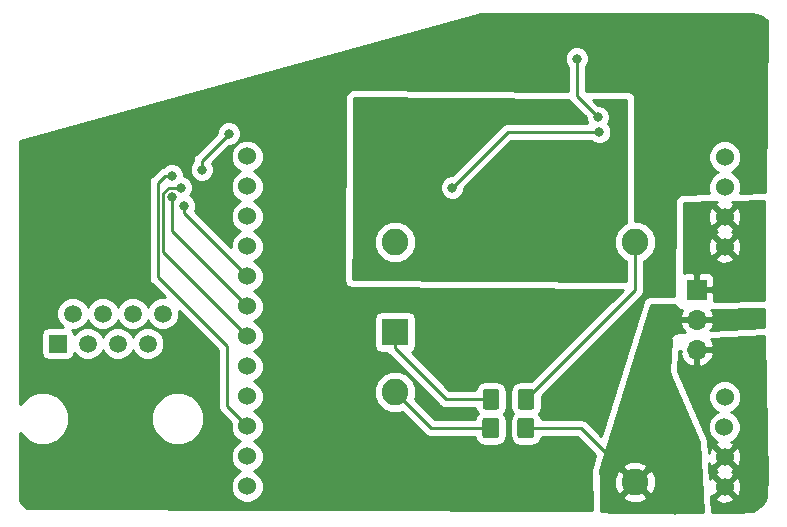
<source format=gbr>
G04 #@! TF.GenerationSoftware,KiCad,Pcbnew,(5.0.0)*
G04 #@! TF.CreationDate,2019-03-29T23:21:28-04:00*
G04 #@! TF.ProjectId,PoEShield,506F45536869656C642E6B696361645F,rev?*
G04 #@! TF.SameCoordinates,Original*
G04 #@! TF.FileFunction,Copper,L2,Bot,Signal*
G04 #@! TF.FilePolarity,Positive*
%FSLAX46Y46*%
G04 Gerber Fmt 4.6, Leading zero omitted, Abs format (unit mm)*
G04 Created by KiCad (PCBNEW (5.0.0)) date 03/29/19 23:21:28*
%MOMM*%
%LPD*%
G01*
G04 APERTURE LIST*
G04 #@! TA.AperFunction,ComponentPad*
%ADD10R,2.250000X2.250000*%
G04 #@! TD*
G04 #@! TA.AperFunction,ComponentPad*
%ADD11C,2.250000*%
G04 #@! TD*
G04 #@! TA.AperFunction,ComponentPad*
%ADD12C,1.500000*%
G04 #@! TD*
G04 #@! TA.AperFunction,ComponentPad*
%ADD13R,1.500000X1.500000*%
G04 #@! TD*
G04 #@! TA.AperFunction,ComponentPad*
%ADD14R,1.700000X1.700000*%
G04 #@! TD*
G04 #@! TA.AperFunction,ComponentPad*
%ADD15O,1.700000X1.700000*%
G04 #@! TD*
G04 #@! TA.AperFunction,ComponentPad*
%ADD16C,1.524000*%
G04 #@! TD*
G04 #@! TA.AperFunction,Conductor*
%ADD17C,0.100000*%
G04 #@! TD*
G04 #@! TA.AperFunction,SMDPad,CuDef*
%ADD18C,1.425000*%
G04 #@! TD*
G04 #@! TA.AperFunction,ViaPad*
%ADD19C,0.800000*%
G04 #@! TD*
G04 #@! TA.AperFunction,Conductor*
%ADD20C,0.250000*%
G04 #@! TD*
G04 #@! TA.AperFunction,Conductor*
%ADD21C,0.254000*%
G04 #@! TD*
G04 APERTURE END LIST*
D10*
G04 #@! TO.P,U3,1*
G04 #@! TO.N,Net-(C2-Pad2)*
X128625600Y-96570800D03*
D11*
G04 #@! TO.P,U3,2*
G04 #@! TO.N,Net-(C3-Pad1)*
X128625600Y-101650800D03*
G04 #@! TO.P,U3,3*
G04 #@! TO.N,/VREG*
X148945600Y-109270800D03*
G04 #@! TO.P,U3,5*
G04 #@! TO.N,/-VREG*
X148945600Y-88950800D03*
G04 #@! TO.P,U3,6*
G04 #@! TO.N,Net-(R5-Pad2)*
X128625600Y-88950800D03*
G04 #@! TD*
D12*
G04 #@! TO.P,J1,8*
G04 #@! TO.N,Net-(D3-Pad3)*
X108966000Y-94996000D03*
G04 #@! TO.P,J1,7*
X107696000Y-97536000D03*
G04 #@! TO.P,J1,6*
G04 #@! TO.N,Net-(J1-Pad6)*
X106426000Y-94996000D03*
G04 #@! TO.P,J1,5*
G04 #@! TO.N,Net-(D3-Pad4)*
X105156000Y-97536000D03*
G04 #@! TO.P,J1,4*
X103886000Y-94996000D03*
G04 #@! TO.P,J1,3*
G04 #@! TO.N,Net-(J1-Pad3)*
X102616000Y-97536000D03*
G04 #@! TO.P,J1,2*
G04 #@! TO.N,Net-(J1-Pad2)*
X101346000Y-94996000D03*
D13*
G04 #@! TO.P,J1,1*
G04 #@! TO.N,Net-(J1-Pad1)*
X100076000Y-97536000D03*
G04 #@! TD*
D14*
G04 #@! TO.P,J3,1*
G04 #@! TO.N,/3V3DC*
X154178000Y-92964000D03*
D15*
G04 #@! TO.P,J3,2*
G04 #@! TO.N,/VREG*
X154178000Y-95504000D03*
G04 #@! TO.P,J3,3*
G04 #@! TO.N,/12VDC*
X154178000Y-98044000D03*
G04 #@! TD*
D16*
G04 #@! TO.P,U2,1*
G04 #@! TO.N,N/C*
X116102201Y-81685201D03*
G04 #@! TO.P,U2,2*
X116102201Y-84225201D03*
G04 #@! TO.P,U2,3*
X116102201Y-86765201D03*
G04 #@! TO.P,U2,4*
X116102201Y-89305201D03*
G04 #@! TO.P,U2,5*
G04 #@! TO.N,Net-(T1-Pad16)*
X116102201Y-91845201D03*
G04 #@! TO.P,U2,6*
G04 #@! TO.N,Net-(T1-Pad14)*
X116102201Y-94385201D03*
G04 #@! TO.P,U2,7*
G04 #@! TO.N,Net-(T1-Pad11)*
X116102201Y-96925201D03*
G04 #@! TO.P,U2,8*
G04 #@! TO.N,N/C*
X116102201Y-99465201D03*
G04 #@! TO.P,U2,9*
X116102201Y-102005201D03*
G04 #@! TO.P,U2,10*
G04 #@! TO.N,Net-(T1-Pad9)*
X116102201Y-104545201D03*
G04 #@! TO.P,U2,11*
G04 #@! TO.N,N/C*
X116102201Y-107085201D03*
G04 #@! TO.P,U2,12*
X116102201Y-109625201D03*
G04 #@! TO.P,U2,13*
G04 #@! TO.N,/12VDC*
X156542201Y-109675201D03*
G04 #@! TO.P,U2,14*
X156542201Y-107135201D03*
G04 #@! TO.P,U2,15*
G04 #@! TO.N,/-VREG*
X156502201Y-104595201D03*
G04 #@! TO.P,U2,16*
X156542201Y-102055201D03*
G04 #@! TO.P,U2,17*
G04 #@! TO.N,/3V3DC*
X156542201Y-89355201D03*
G04 #@! TO.P,U2,18*
X156542201Y-86815201D03*
G04 #@! TO.P,U2,19*
G04 #@! TO.N,/-VREG*
X156542201Y-84275201D03*
G04 #@! TO.P,U2,20*
X156542201Y-81735201D03*
G04 #@! TD*
D17*
G04 #@! TO.N,Net-(C3-Pad1)*
G04 #@! TO.C,C6*
G36*
X137224704Y-103812304D02*
X137248973Y-103815904D01*
X137272771Y-103821865D01*
X137295871Y-103830130D01*
X137318049Y-103840620D01*
X137339093Y-103853233D01*
X137358798Y-103867847D01*
X137376977Y-103884323D01*
X137393453Y-103902502D01*
X137408067Y-103922207D01*
X137420680Y-103943251D01*
X137431170Y-103965429D01*
X137439435Y-103988529D01*
X137445396Y-104012327D01*
X137448996Y-104036596D01*
X137450200Y-104061100D01*
X137450200Y-105311100D01*
X137448996Y-105335604D01*
X137445396Y-105359873D01*
X137439435Y-105383671D01*
X137431170Y-105406771D01*
X137420680Y-105428949D01*
X137408067Y-105449993D01*
X137393453Y-105469698D01*
X137376977Y-105487877D01*
X137358798Y-105504353D01*
X137339093Y-105518967D01*
X137318049Y-105531580D01*
X137295871Y-105542070D01*
X137272771Y-105550335D01*
X137248973Y-105556296D01*
X137224704Y-105559896D01*
X137200200Y-105561100D01*
X136275200Y-105561100D01*
X136250696Y-105559896D01*
X136226427Y-105556296D01*
X136202629Y-105550335D01*
X136179529Y-105542070D01*
X136157351Y-105531580D01*
X136136307Y-105518967D01*
X136116602Y-105504353D01*
X136098423Y-105487877D01*
X136081947Y-105469698D01*
X136067333Y-105449993D01*
X136054720Y-105428949D01*
X136044230Y-105406771D01*
X136035965Y-105383671D01*
X136030004Y-105359873D01*
X136026404Y-105335604D01*
X136025200Y-105311100D01*
X136025200Y-104061100D01*
X136026404Y-104036596D01*
X136030004Y-104012327D01*
X136035965Y-103988529D01*
X136044230Y-103965429D01*
X136054720Y-103943251D01*
X136067333Y-103922207D01*
X136081947Y-103902502D01*
X136098423Y-103884323D01*
X136116602Y-103867847D01*
X136136307Y-103853233D01*
X136157351Y-103840620D01*
X136179529Y-103830130D01*
X136202629Y-103821865D01*
X136226427Y-103815904D01*
X136250696Y-103812304D01*
X136275200Y-103811100D01*
X137200200Y-103811100D01*
X137224704Y-103812304D01*
X137224704Y-103812304D01*
G37*
D18*
G04 #@! TD*
G04 #@! TO.P,C6,1*
G04 #@! TO.N,Net-(C3-Pad1)*
X136737700Y-104686100D03*
D17*
G04 #@! TO.N,/VREG*
G04 #@! TO.C,C6*
G36*
X140199704Y-103812304D02*
X140223973Y-103815904D01*
X140247771Y-103821865D01*
X140270871Y-103830130D01*
X140293049Y-103840620D01*
X140314093Y-103853233D01*
X140333798Y-103867847D01*
X140351977Y-103884323D01*
X140368453Y-103902502D01*
X140383067Y-103922207D01*
X140395680Y-103943251D01*
X140406170Y-103965429D01*
X140414435Y-103988529D01*
X140420396Y-104012327D01*
X140423996Y-104036596D01*
X140425200Y-104061100D01*
X140425200Y-105311100D01*
X140423996Y-105335604D01*
X140420396Y-105359873D01*
X140414435Y-105383671D01*
X140406170Y-105406771D01*
X140395680Y-105428949D01*
X140383067Y-105449993D01*
X140368453Y-105469698D01*
X140351977Y-105487877D01*
X140333798Y-105504353D01*
X140314093Y-105518967D01*
X140293049Y-105531580D01*
X140270871Y-105542070D01*
X140247771Y-105550335D01*
X140223973Y-105556296D01*
X140199704Y-105559896D01*
X140175200Y-105561100D01*
X139250200Y-105561100D01*
X139225696Y-105559896D01*
X139201427Y-105556296D01*
X139177629Y-105550335D01*
X139154529Y-105542070D01*
X139132351Y-105531580D01*
X139111307Y-105518967D01*
X139091602Y-105504353D01*
X139073423Y-105487877D01*
X139056947Y-105469698D01*
X139042333Y-105449993D01*
X139029720Y-105428949D01*
X139019230Y-105406771D01*
X139010965Y-105383671D01*
X139005004Y-105359873D01*
X139001404Y-105335604D01*
X139000200Y-105311100D01*
X139000200Y-104061100D01*
X139001404Y-104036596D01*
X139005004Y-104012327D01*
X139010965Y-103988529D01*
X139019230Y-103965429D01*
X139029720Y-103943251D01*
X139042333Y-103922207D01*
X139056947Y-103902502D01*
X139073423Y-103884323D01*
X139091602Y-103867847D01*
X139111307Y-103853233D01*
X139132351Y-103840620D01*
X139154529Y-103830130D01*
X139177629Y-103821865D01*
X139201427Y-103815904D01*
X139225696Y-103812304D01*
X139250200Y-103811100D01*
X140175200Y-103811100D01*
X140199704Y-103812304D01*
X140199704Y-103812304D01*
G37*
D18*
G04 #@! TD*
G04 #@! TO.P,C6,2*
G04 #@! TO.N,/VREG*
X139712700Y-104686100D03*
D17*
G04 #@! TO.N,/-VREG*
G04 #@! TO.C,C7*
G36*
X140214004Y-101373904D02*
X140238273Y-101377504D01*
X140262071Y-101383465D01*
X140285171Y-101391730D01*
X140307349Y-101402220D01*
X140328393Y-101414833D01*
X140348098Y-101429447D01*
X140366277Y-101445923D01*
X140382753Y-101464102D01*
X140397367Y-101483807D01*
X140409980Y-101504851D01*
X140420470Y-101527029D01*
X140428735Y-101550129D01*
X140434696Y-101573927D01*
X140438296Y-101598196D01*
X140439500Y-101622700D01*
X140439500Y-102872700D01*
X140438296Y-102897204D01*
X140434696Y-102921473D01*
X140428735Y-102945271D01*
X140420470Y-102968371D01*
X140409980Y-102990549D01*
X140397367Y-103011593D01*
X140382753Y-103031298D01*
X140366277Y-103049477D01*
X140348098Y-103065953D01*
X140328393Y-103080567D01*
X140307349Y-103093180D01*
X140285171Y-103103670D01*
X140262071Y-103111935D01*
X140238273Y-103117896D01*
X140214004Y-103121496D01*
X140189500Y-103122700D01*
X139264500Y-103122700D01*
X139239996Y-103121496D01*
X139215727Y-103117896D01*
X139191929Y-103111935D01*
X139168829Y-103103670D01*
X139146651Y-103093180D01*
X139125607Y-103080567D01*
X139105902Y-103065953D01*
X139087723Y-103049477D01*
X139071247Y-103031298D01*
X139056633Y-103011593D01*
X139044020Y-102990549D01*
X139033530Y-102968371D01*
X139025265Y-102945271D01*
X139019304Y-102921473D01*
X139015704Y-102897204D01*
X139014500Y-102872700D01*
X139014500Y-101622700D01*
X139015704Y-101598196D01*
X139019304Y-101573927D01*
X139025265Y-101550129D01*
X139033530Y-101527029D01*
X139044020Y-101504851D01*
X139056633Y-101483807D01*
X139071247Y-101464102D01*
X139087723Y-101445923D01*
X139105902Y-101429447D01*
X139125607Y-101414833D01*
X139146651Y-101402220D01*
X139168829Y-101391730D01*
X139191929Y-101383465D01*
X139215727Y-101377504D01*
X139239996Y-101373904D01*
X139264500Y-101372700D01*
X140189500Y-101372700D01*
X140214004Y-101373904D01*
X140214004Y-101373904D01*
G37*
D18*
G04 #@! TD*
G04 #@! TO.P,C7,2*
G04 #@! TO.N,/-VREG*
X139727000Y-102247700D03*
D17*
G04 #@! TO.N,Net-(C2-Pad2)*
G04 #@! TO.C,C7*
G36*
X137239004Y-101373904D02*
X137263273Y-101377504D01*
X137287071Y-101383465D01*
X137310171Y-101391730D01*
X137332349Y-101402220D01*
X137353393Y-101414833D01*
X137373098Y-101429447D01*
X137391277Y-101445923D01*
X137407753Y-101464102D01*
X137422367Y-101483807D01*
X137434980Y-101504851D01*
X137445470Y-101527029D01*
X137453735Y-101550129D01*
X137459696Y-101573927D01*
X137463296Y-101598196D01*
X137464500Y-101622700D01*
X137464500Y-102872700D01*
X137463296Y-102897204D01*
X137459696Y-102921473D01*
X137453735Y-102945271D01*
X137445470Y-102968371D01*
X137434980Y-102990549D01*
X137422367Y-103011593D01*
X137407753Y-103031298D01*
X137391277Y-103049477D01*
X137373098Y-103065953D01*
X137353393Y-103080567D01*
X137332349Y-103093180D01*
X137310171Y-103103670D01*
X137287071Y-103111935D01*
X137263273Y-103117896D01*
X137239004Y-103121496D01*
X137214500Y-103122700D01*
X136289500Y-103122700D01*
X136264996Y-103121496D01*
X136240727Y-103117896D01*
X136216929Y-103111935D01*
X136193829Y-103103670D01*
X136171651Y-103093180D01*
X136150607Y-103080567D01*
X136130902Y-103065953D01*
X136112723Y-103049477D01*
X136096247Y-103031298D01*
X136081633Y-103011593D01*
X136069020Y-102990549D01*
X136058530Y-102968371D01*
X136050265Y-102945271D01*
X136044304Y-102921473D01*
X136040704Y-102897204D01*
X136039500Y-102872700D01*
X136039500Y-101622700D01*
X136040704Y-101598196D01*
X136044304Y-101573927D01*
X136050265Y-101550129D01*
X136058530Y-101527029D01*
X136069020Y-101504851D01*
X136081633Y-101483807D01*
X136096247Y-101464102D01*
X136112723Y-101445923D01*
X136130902Y-101429447D01*
X136150607Y-101414833D01*
X136171651Y-101402220D01*
X136193829Y-101391730D01*
X136216929Y-101383465D01*
X136240727Y-101377504D01*
X136264996Y-101373904D01*
X136289500Y-101372700D01*
X137214500Y-101372700D01*
X137239004Y-101373904D01*
X137239004Y-101373904D01*
G37*
D18*
G04 #@! TD*
G04 #@! TO.P,C7,1*
G04 #@! TO.N,Net-(C2-Pad2)*
X136752000Y-102247700D03*
D19*
G04 #@! TO.N,/VDD*
X121666000Y-77368400D03*
X121767600Y-79044800D03*
X121513600Y-83362800D03*
X121513600Y-85293200D03*
X121564400Y-87172800D03*
X121666000Y-81127600D03*
X150418800Y-74930000D03*
X148793200Y-74930000D03*
X148742400Y-73355200D03*
X150469600Y-73355200D03*
X157480000Y-76047600D03*
X123190000Y-105029000D03*
X125044200Y-105054400D03*
X123215400Y-106629200D03*
X125095000Y-106680000D03*
X124053600Y-93802200D03*
X125882400Y-93802200D03*
G04 #@! TO.N,/VSS*
X137363200Y-82804000D03*
X139090400Y-82854800D03*
X140716000Y-82854800D03*
X137363200Y-84175600D03*
X139039600Y-84175600D03*
X140716000Y-84226400D03*
X136093200Y-83413600D03*
X126238000Y-83159600D03*
X127609600Y-83159600D03*
X126238000Y-84378800D03*
X127609600Y-84429600D03*
G04 #@! TO.N,Net-(D2-Pad4)*
X112268000Y-82804000D03*
X114554000Y-79756000D03*
G04 #@! TO.N,/VREG*
X152349200Y-110286800D03*
X154330400Y-110337600D03*
X152349200Y-111607600D03*
X154330400Y-111556800D03*
X153365200Y-110947200D03*
G04 #@! TO.N,Net-(R3-Pad2)*
X144018000Y-73406000D03*
X145796000Y-78359000D03*
G04 #@! TO.N,Net-(R5-Pad1)*
X145923000Y-79629000D03*
X133477000Y-84328000D03*
G04 #@! TO.N,Net-(T1-Pad9)*
X109728000Y-83312000D03*
G04 #@! TO.N,Net-(T1-Pad11)*
X110490000Y-84328000D03*
G04 #@! TO.N,Net-(T1-Pad14)*
X109728000Y-85127000D03*
G04 #@! TO.N,Net-(T1-Pad16)*
X110744000Y-85852000D03*
G04 #@! TD*
D20*
G04 #@! TO.N,Net-(C2-Pad2)*
X128625600Y-97945800D02*
X128625600Y-96570800D01*
X132927500Y-102247700D02*
X128625600Y-97945800D01*
X136752000Y-102247700D02*
X132927500Y-102247700D01*
G04 #@! TO.N,Net-(D2-Pad4)*
X112268000Y-82804000D02*
X112268000Y-82042000D01*
X112268000Y-82042000D02*
X114554000Y-79756000D01*
G04 #@! TO.N,/VREG*
X144360900Y-104686100D02*
X148945600Y-109270800D01*
X139712700Y-104686100D02*
X144360900Y-104686100D01*
G04 #@! TO.N,Net-(R3-Pad2)*
X144018000Y-73406000D02*
X144018000Y-76581000D01*
X144018000Y-76581000D02*
X145796000Y-78359000D01*
G04 #@! TO.N,Net-(R5-Pad1)*
X145923000Y-79629000D02*
X138176000Y-79629000D01*
X138176000Y-79629000D02*
X133477000Y-84328000D01*
G04 #@! TO.N,Net-(T1-Pad9)*
X108552989Y-83921326D02*
X108552989Y-91915989D01*
X109162315Y-83312000D02*
X108552989Y-83921326D01*
X109728000Y-83312000D02*
X109162315Y-83312000D01*
X115340202Y-103783202D02*
X116102201Y-104545201D01*
X114421920Y-102864920D02*
X115340202Y-103783202D01*
X114421920Y-97784920D02*
X114421920Y-102864920D01*
X108552989Y-91915989D02*
X114421920Y-97784920D01*
G04 #@! TO.N,Net-(T1-Pad11)*
X115340202Y-96163202D02*
X116102201Y-96925201D01*
X109002999Y-89825999D02*
X115340202Y-96163202D01*
X109002999Y-84778999D02*
X109002999Y-89825999D01*
X109453998Y-84328000D02*
X109002999Y-84778999D01*
X110490000Y-84328000D02*
X109453998Y-84328000D01*
G04 #@! TO.N,Net-(T1-Pad14)*
X109728000Y-88011000D02*
X116102201Y-94385201D01*
X109728000Y-85127000D02*
X109728000Y-88011000D01*
G04 #@! TO.N,/-VREG*
X148945600Y-93029100D02*
X139727000Y-102247700D01*
X148945600Y-88950800D02*
X148945600Y-93029100D01*
G04 #@! TO.N,Net-(T1-Pad16)*
X110744000Y-86487000D02*
X116102201Y-91845201D01*
X110744000Y-85852000D02*
X110744000Y-86487000D01*
G04 #@! TO.N,Net-(C3-Pad1)*
X131660900Y-104686100D02*
X136737700Y-104686100D01*
X128625600Y-101650800D02*
X131660900Y-104686100D01*
G04 #@! TD*
D21*
G04 #@! TO.N,/VREG*
G36*
X152320614Y-94311294D02*
X152325039Y-94333357D01*
X152465758Y-94537283D01*
X152673803Y-94671835D01*
X152917504Y-94716529D01*
X152925185Y-94716414D01*
X152906355Y-94737076D01*
X152736524Y-95147110D01*
X152857845Y-95377000D01*
X154051000Y-95377000D01*
X154051000Y-95357000D01*
X154305000Y-95357000D01*
X154305000Y-95377000D01*
X155498155Y-95377000D01*
X155619476Y-95147110D01*
X155449645Y-94737076D01*
X155397096Y-94679415D01*
X159858353Y-94612639D01*
X159843771Y-96100022D01*
X155323968Y-96408829D01*
X155449645Y-96270924D01*
X155619476Y-95860890D01*
X155498155Y-95631000D01*
X154305000Y-95631000D01*
X154305000Y-95651000D01*
X154051000Y-95651000D01*
X154051000Y-95631000D01*
X152857845Y-95631000D01*
X152736524Y-95860890D01*
X152906355Y-96270924D01*
X153166375Y-96556242D01*
X152559916Y-96597677D01*
X152382491Y-96635790D01*
X152171438Y-96765575D01*
X152074087Y-96900005D01*
X152040410Y-96901063D01*
X151992137Y-96912252D01*
X151951821Y-96941063D01*
X151925598Y-96983109D01*
X151917463Y-97031990D01*
X151922518Y-97063689D01*
X151968184Y-97219644D01*
X151867052Y-99899655D01*
X151917419Y-100172512D01*
X154363013Y-105912171D01*
X154692884Y-111802732D01*
X147214784Y-111783752D01*
X146073715Y-111739377D01*
X146056693Y-110513747D01*
X147882258Y-110513747D01*
X147996221Y-110793573D01*
X148651229Y-111040970D01*
X149351051Y-111018875D01*
X149894979Y-110793573D01*
X150008942Y-110513747D01*
X148945600Y-109450405D01*
X147882258Y-110513747D01*
X146056693Y-110513747D01*
X146035341Y-108976429D01*
X147175430Y-108976429D01*
X147197525Y-109676251D01*
X147422827Y-110220179D01*
X147702653Y-110334142D01*
X148765995Y-109270800D01*
X149125205Y-109270800D01*
X150188547Y-110334142D01*
X150468373Y-110220179D01*
X150715770Y-109565171D01*
X150693675Y-108865349D01*
X150468373Y-108321421D01*
X150188547Y-108207458D01*
X149125205Y-109270800D01*
X148765995Y-109270800D01*
X147702653Y-108207458D01*
X147422827Y-108321421D01*
X147175430Y-108976429D01*
X146035341Y-108976429D01*
X146024866Y-108222248D01*
X146084734Y-108027853D01*
X147882258Y-108027853D01*
X148945600Y-109091195D01*
X150008942Y-108027853D01*
X149894979Y-107748027D01*
X149239971Y-107500630D01*
X148540149Y-107522725D01*
X147996221Y-107748027D01*
X147882258Y-108027853D01*
X146084734Y-108027853D01*
X150309359Y-94310249D01*
X152320614Y-94311294D01*
X152320614Y-94311294D01*
G37*
X152320614Y-94311294D02*
X152325039Y-94333357D01*
X152465758Y-94537283D01*
X152673803Y-94671835D01*
X152917504Y-94716529D01*
X152925185Y-94716414D01*
X152906355Y-94737076D01*
X152736524Y-95147110D01*
X152857845Y-95377000D01*
X154051000Y-95377000D01*
X154051000Y-95357000D01*
X154305000Y-95357000D01*
X154305000Y-95377000D01*
X155498155Y-95377000D01*
X155619476Y-95147110D01*
X155449645Y-94737076D01*
X155397096Y-94679415D01*
X159858353Y-94612639D01*
X159843771Y-96100022D01*
X155323968Y-96408829D01*
X155449645Y-96270924D01*
X155619476Y-95860890D01*
X155498155Y-95631000D01*
X154305000Y-95631000D01*
X154305000Y-95651000D01*
X154051000Y-95651000D01*
X154051000Y-95631000D01*
X152857845Y-95631000D01*
X152736524Y-95860890D01*
X152906355Y-96270924D01*
X153166375Y-96556242D01*
X152559916Y-96597677D01*
X152382491Y-96635790D01*
X152171438Y-96765575D01*
X152074087Y-96900005D01*
X152040410Y-96901063D01*
X151992137Y-96912252D01*
X151951821Y-96941063D01*
X151925598Y-96983109D01*
X151917463Y-97031990D01*
X151922518Y-97063689D01*
X151968184Y-97219644D01*
X151867052Y-99899655D01*
X151917419Y-100172512D01*
X154363013Y-105912171D01*
X154692884Y-111802732D01*
X147214784Y-111783752D01*
X146073715Y-111739377D01*
X146056693Y-110513747D01*
X147882258Y-110513747D01*
X147996221Y-110793573D01*
X148651229Y-111040970D01*
X149351051Y-111018875D01*
X149894979Y-110793573D01*
X150008942Y-110513747D01*
X148945600Y-109450405D01*
X147882258Y-110513747D01*
X146056693Y-110513747D01*
X146035341Y-108976429D01*
X147175430Y-108976429D01*
X147197525Y-109676251D01*
X147422827Y-110220179D01*
X147702653Y-110334142D01*
X148765995Y-109270800D01*
X149125205Y-109270800D01*
X150188547Y-110334142D01*
X150468373Y-110220179D01*
X150715770Y-109565171D01*
X150693675Y-108865349D01*
X150468373Y-108321421D01*
X150188547Y-108207458D01*
X149125205Y-109270800D01*
X148765995Y-109270800D01*
X147702653Y-108207458D01*
X147422827Y-108321421D01*
X147175430Y-108976429D01*
X146035341Y-108976429D01*
X146024866Y-108222248D01*
X146084734Y-108027853D01*
X147882258Y-108027853D01*
X148945600Y-109091195D01*
X150008942Y-108027853D01*
X149894979Y-107748027D01*
X149239971Y-107500630D01*
X148540149Y-107522725D01*
X147996221Y-107748027D01*
X147882258Y-108027853D01*
X146084734Y-108027853D01*
X150309359Y-94310249D01*
X152320614Y-94311294D01*
G04 #@! TO.N,/12VDC*
G36*
X160086760Y-109003585D02*
X160072735Y-110073713D01*
X160002946Y-110546696D01*
X159835648Y-110944809D01*
X159574600Y-111288808D01*
X159236199Y-111557083D01*
X158922955Y-111696592D01*
X157532655Y-111809939D01*
X155456186Y-111804669D01*
X155391828Y-110655414D01*
X155741593Y-110655414D01*
X155811058Y-110897598D01*
X156334503Y-111084345D01*
X156889569Y-111056563D01*
X157273344Y-110897598D01*
X157342809Y-110655414D01*
X156542201Y-109854806D01*
X155741593Y-110655414D01*
X155391828Y-110655414D01*
X155378828Y-110423274D01*
X155561988Y-110475809D01*
X156362596Y-109675201D01*
X156721806Y-109675201D01*
X157522414Y-110475809D01*
X157764598Y-110406344D01*
X157951345Y-109882899D01*
X157923563Y-109327833D01*
X157764598Y-108944058D01*
X157522414Y-108874593D01*
X156721806Y-109675201D01*
X156362596Y-109675201D01*
X155561988Y-108874593D01*
X155319804Y-108944058D01*
X155299223Y-109001747D01*
X155249589Y-108115414D01*
X155741593Y-108115414D01*
X155811058Y-108357598D01*
X155934545Y-108401654D01*
X155811058Y-108452804D01*
X155741593Y-108694988D01*
X156542201Y-109495596D01*
X157342809Y-108694988D01*
X157273344Y-108452804D01*
X157149857Y-108408748D01*
X157273344Y-108357598D01*
X157342809Y-108115414D01*
X156542201Y-107314806D01*
X155741593Y-108115414D01*
X155249589Y-108115414D01*
X155222483Y-107631390D01*
X155319804Y-107866344D01*
X155561988Y-107935809D01*
X156362596Y-107135201D01*
X156721806Y-107135201D01*
X157522414Y-107935809D01*
X157764598Y-107866344D01*
X157951345Y-107342899D01*
X157923563Y-106787833D01*
X157764598Y-106404058D01*
X157522414Y-106334593D01*
X156721806Y-107135201D01*
X156362596Y-107135201D01*
X155561988Y-106334593D01*
X155319804Y-106404058D01*
X155176281Y-106806349D01*
X155117601Y-105758499D01*
X155107636Y-105715818D01*
X154511755Y-104317320D01*
X155105201Y-104317320D01*
X155105201Y-104873082D01*
X155317881Y-105386538D01*
X155710864Y-105779521D01*
X155921848Y-105866913D01*
X155811058Y-105912804D01*
X155741593Y-106154988D01*
X156542201Y-106955596D01*
X157342809Y-106154988D01*
X157273344Y-105912804D01*
X157111318Y-105854999D01*
X157293538Y-105779521D01*
X157686521Y-105386538D01*
X157899201Y-104873082D01*
X157899201Y-104317320D01*
X157686521Y-103803864D01*
X157293538Y-103410881D01*
X157106688Y-103333485D01*
X157333538Y-103239521D01*
X157726521Y-102846538D01*
X157939201Y-102333082D01*
X157939201Y-101777320D01*
X157726521Y-101263864D01*
X157333538Y-100870881D01*
X156820082Y-100658201D01*
X156264320Y-100658201D01*
X155750864Y-100870881D01*
X155357881Y-101263864D01*
X155145201Y-101777320D01*
X155145201Y-102333082D01*
X155357881Y-102846538D01*
X155750864Y-103239521D01*
X155937714Y-103316917D01*
X155710864Y-103410881D01*
X155317881Y-103803864D01*
X155105201Y-104317320D01*
X154511755Y-104317320D01*
X152629582Y-99899977D01*
X152694826Y-98171002D01*
X152857844Y-98171002D01*
X152736524Y-98400890D01*
X152906355Y-98810924D01*
X153296642Y-99239183D01*
X153821108Y-99485486D01*
X154051000Y-99364819D01*
X154051000Y-98171000D01*
X154305000Y-98171000D01*
X154305000Y-99364819D01*
X154534892Y-99485486D01*
X155059358Y-99239183D01*
X155449645Y-98810924D01*
X155619476Y-98400890D01*
X155498155Y-98171000D01*
X154305000Y-98171000D01*
X154051000Y-98171000D01*
X154031000Y-98171000D01*
X154031000Y-97917000D01*
X154051000Y-97917000D01*
X154051000Y-97897000D01*
X154305000Y-97897000D01*
X154305000Y-97917000D01*
X155498155Y-97917000D01*
X155619476Y-97687110D01*
X155449645Y-97277076D01*
X155352652Y-97170646D01*
X159839855Y-96864067D01*
X160086760Y-109003585D01*
X160086760Y-109003585D01*
G37*
X160086760Y-109003585D02*
X160072735Y-110073713D01*
X160002946Y-110546696D01*
X159835648Y-110944809D01*
X159574600Y-111288808D01*
X159236199Y-111557083D01*
X158922955Y-111696592D01*
X157532655Y-111809939D01*
X155456186Y-111804669D01*
X155391828Y-110655414D01*
X155741593Y-110655414D01*
X155811058Y-110897598D01*
X156334503Y-111084345D01*
X156889569Y-111056563D01*
X157273344Y-110897598D01*
X157342809Y-110655414D01*
X156542201Y-109854806D01*
X155741593Y-110655414D01*
X155391828Y-110655414D01*
X155378828Y-110423274D01*
X155561988Y-110475809D01*
X156362596Y-109675201D01*
X156721806Y-109675201D01*
X157522414Y-110475809D01*
X157764598Y-110406344D01*
X157951345Y-109882899D01*
X157923563Y-109327833D01*
X157764598Y-108944058D01*
X157522414Y-108874593D01*
X156721806Y-109675201D01*
X156362596Y-109675201D01*
X155561988Y-108874593D01*
X155319804Y-108944058D01*
X155299223Y-109001747D01*
X155249589Y-108115414D01*
X155741593Y-108115414D01*
X155811058Y-108357598D01*
X155934545Y-108401654D01*
X155811058Y-108452804D01*
X155741593Y-108694988D01*
X156542201Y-109495596D01*
X157342809Y-108694988D01*
X157273344Y-108452804D01*
X157149857Y-108408748D01*
X157273344Y-108357598D01*
X157342809Y-108115414D01*
X156542201Y-107314806D01*
X155741593Y-108115414D01*
X155249589Y-108115414D01*
X155222483Y-107631390D01*
X155319804Y-107866344D01*
X155561988Y-107935809D01*
X156362596Y-107135201D01*
X156721806Y-107135201D01*
X157522414Y-107935809D01*
X157764598Y-107866344D01*
X157951345Y-107342899D01*
X157923563Y-106787833D01*
X157764598Y-106404058D01*
X157522414Y-106334593D01*
X156721806Y-107135201D01*
X156362596Y-107135201D01*
X155561988Y-106334593D01*
X155319804Y-106404058D01*
X155176281Y-106806349D01*
X155117601Y-105758499D01*
X155107636Y-105715818D01*
X154511755Y-104317320D01*
X155105201Y-104317320D01*
X155105201Y-104873082D01*
X155317881Y-105386538D01*
X155710864Y-105779521D01*
X155921848Y-105866913D01*
X155811058Y-105912804D01*
X155741593Y-106154988D01*
X156542201Y-106955596D01*
X157342809Y-106154988D01*
X157273344Y-105912804D01*
X157111318Y-105854999D01*
X157293538Y-105779521D01*
X157686521Y-105386538D01*
X157899201Y-104873082D01*
X157899201Y-104317320D01*
X157686521Y-103803864D01*
X157293538Y-103410881D01*
X157106688Y-103333485D01*
X157333538Y-103239521D01*
X157726521Y-102846538D01*
X157939201Y-102333082D01*
X157939201Y-101777320D01*
X157726521Y-101263864D01*
X157333538Y-100870881D01*
X156820082Y-100658201D01*
X156264320Y-100658201D01*
X155750864Y-100870881D01*
X155357881Y-101263864D01*
X155145201Y-101777320D01*
X155145201Y-102333082D01*
X155357881Y-102846538D01*
X155750864Y-103239521D01*
X155937714Y-103316917D01*
X155710864Y-103410881D01*
X155317881Y-103803864D01*
X155105201Y-104317320D01*
X154511755Y-104317320D01*
X152629582Y-99899977D01*
X152694826Y-98171002D01*
X152857844Y-98171002D01*
X152736524Y-98400890D01*
X152906355Y-98810924D01*
X153296642Y-99239183D01*
X153821108Y-99485486D01*
X154051000Y-99364819D01*
X154051000Y-98171000D01*
X154305000Y-98171000D01*
X154305000Y-99364819D01*
X154534892Y-99485486D01*
X155059358Y-99239183D01*
X155449645Y-98810924D01*
X155619476Y-98400890D01*
X155498155Y-98171000D01*
X154305000Y-98171000D01*
X154051000Y-98171000D01*
X154031000Y-98171000D01*
X154031000Y-97917000D01*
X154051000Y-97917000D01*
X154051000Y-97897000D01*
X154305000Y-97897000D01*
X154305000Y-97917000D01*
X155498155Y-97917000D01*
X155619476Y-97687110D01*
X155449645Y-97277076D01*
X155352652Y-97170646D01*
X159839855Y-96864067D01*
X160086760Y-109003585D01*
G04 #@! TO.N,/3V3DC*
G36*
X159908240Y-93849806D02*
X155663000Y-93913349D01*
X155663000Y-93249750D01*
X155504250Y-93091000D01*
X154305000Y-93091000D01*
X154305000Y-93111000D01*
X154051000Y-93111000D01*
X154051000Y-93091000D01*
X154031000Y-93091000D01*
X154031000Y-92837000D01*
X154051000Y-92837000D01*
X154051000Y-91637750D01*
X154305000Y-91637750D01*
X154305000Y-92837000D01*
X155504250Y-92837000D01*
X155663000Y-92678250D01*
X155663000Y-91987690D01*
X155566327Y-91754301D01*
X155387698Y-91575673D01*
X155154309Y-91479000D01*
X154463750Y-91479000D01*
X154305000Y-91637750D01*
X154051000Y-91637750D01*
X153892250Y-91479000D01*
X153201691Y-91479000D01*
X153065140Y-91535561D01*
X153079342Y-90335414D01*
X155741593Y-90335414D01*
X155811058Y-90577598D01*
X156334503Y-90764345D01*
X156889569Y-90736563D01*
X157273344Y-90577598D01*
X157342809Y-90335414D01*
X156542201Y-89534806D01*
X155741593Y-90335414D01*
X153079342Y-90335414D01*
X153093400Y-89147503D01*
X155133057Y-89147503D01*
X155160839Y-89702569D01*
X155319804Y-90086344D01*
X155561988Y-90155809D01*
X156362596Y-89355201D01*
X156721806Y-89355201D01*
X157522414Y-90155809D01*
X157764598Y-90086344D01*
X157951345Y-89562899D01*
X157923563Y-89007833D01*
X157764598Y-88624058D01*
X157522414Y-88554593D01*
X156721806Y-89355201D01*
X156362596Y-89355201D01*
X155561988Y-88554593D01*
X155319804Y-88624058D01*
X155133057Y-89147503D01*
X153093400Y-89147503D01*
X153109400Y-87795414D01*
X155741593Y-87795414D01*
X155811058Y-88037598D01*
X155934545Y-88081654D01*
X155811058Y-88132804D01*
X155741593Y-88374988D01*
X156542201Y-89175596D01*
X157342809Y-88374988D01*
X157273344Y-88132804D01*
X157149857Y-88088748D01*
X157273344Y-88037598D01*
X157342809Y-87795414D01*
X156542201Y-86994806D01*
X155741593Y-87795414D01*
X153109400Y-87795414D01*
X153123459Y-86607503D01*
X155133057Y-86607503D01*
X155160839Y-87162569D01*
X155319804Y-87546344D01*
X155561988Y-87615809D01*
X156362596Y-86815201D01*
X156721806Y-86815201D01*
X157522414Y-87615809D01*
X157764598Y-87546344D01*
X157951345Y-87022899D01*
X157923563Y-86467833D01*
X157764598Y-86084058D01*
X157522414Y-86014593D01*
X156721806Y-86815201D01*
X156362596Y-86815201D01*
X155561988Y-86014593D01*
X155319804Y-86084058D01*
X155133057Y-86607503D01*
X153123459Y-86607503D01*
X153135139Y-85620618D01*
X155893158Y-85558797D01*
X155811058Y-85592804D01*
X155741593Y-85834988D01*
X156542201Y-86635596D01*
X157342809Y-85834988D01*
X157273344Y-85592804D01*
X157132808Y-85542666D01*
X157162557Y-85530343D01*
X159908240Y-85468799D01*
X159908240Y-93849806D01*
X159908240Y-93849806D01*
G37*
X159908240Y-93849806D02*
X155663000Y-93913349D01*
X155663000Y-93249750D01*
X155504250Y-93091000D01*
X154305000Y-93091000D01*
X154305000Y-93111000D01*
X154051000Y-93111000D01*
X154051000Y-93091000D01*
X154031000Y-93091000D01*
X154031000Y-92837000D01*
X154051000Y-92837000D01*
X154051000Y-91637750D01*
X154305000Y-91637750D01*
X154305000Y-92837000D01*
X155504250Y-92837000D01*
X155663000Y-92678250D01*
X155663000Y-91987690D01*
X155566327Y-91754301D01*
X155387698Y-91575673D01*
X155154309Y-91479000D01*
X154463750Y-91479000D01*
X154305000Y-91637750D01*
X154051000Y-91637750D01*
X153892250Y-91479000D01*
X153201691Y-91479000D01*
X153065140Y-91535561D01*
X153079342Y-90335414D01*
X155741593Y-90335414D01*
X155811058Y-90577598D01*
X156334503Y-90764345D01*
X156889569Y-90736563D01*
X157273344Y-90577598D01*
X157342809Y-90335414D01*
X156542201Y-89534806D01*
X155741593Y-90335414D01*
X153079342Y-90335414D01*
X153093400Y-89147503D01*
X155133057Y-89147503D01*
X155160839Y-89702569D01*
X155319804Y-90086344D01*
X155561988Y-90155809D01*
X156362596Y-89355201D01*
X156721806Y-89355201D01*
X157522414Y-90155809D01*
X157764598Y-90086344D01*
X157951345Y-89562899D01*
X157923563Y-89007833D01*
X157764598Y-88624058D01*
X157522414Y-88554593D01*
X156721806Y-89355201D01*
X156362596Y-89355201D01*
X155561988Y-88554593D01*
X155319804Y-88624058D01*
X155133057Y-89147503D01*
X153093400Y-89147503D01*
X153109400Y-87795414D01*
X155741593Y-87795414D01*
X155811058Y-88037598D01*
X155934545Y-88081654D01*
X155811058Y-88132804D01*
X155741593Y-88374988D01*
X156542201Y-89175596D01*
X157342809Y-88374988D01*
X157273344Y-88132804D01*
X157149857Y-88088748D01*
X157273344Y-88037598D01*
X157342809Y-87795414D01*
X156542201Y-86994806D01*
X155741593Y-87795414D01*
X153109400Y-87795414D01*
X153123459Y-86607503D01*
X155133057Y-86607503D01*
X155160839Y-87162569D01*
X155319804Y-87546344D01*
X155561988Y-87615809D01*
X156362596Y-86815201D01*
X156721806Y-86815201D01*
X157522414Y-87615809D01*
X157764598Y-87546344D01*
X157951345Y-87022899D01*
X157923563Y-86467833D01*
X157764598Y-86084058D01*
X157522414Y-86014593D01*
X156721806Y-86815201D01*
X156362596Y-86815201D01*
X155561988Y-86014593D01*
X155319804Y-86084058D01*
X155133057Y-86607503D01*
X153123459Y-86607503D01*
X153135139Y-85620618D01*
X155893158Y-85558797D01*
X155811058Y-85592804D01*
X155741593Y-85834988D01*
X156542201Y-86635596D01*
X157342809Y-85834988D01*
X157273344Y-85592804D01*
X157132808Y-85542666D01*
X157162557Y-85530343D01*
X159908240Y-85468799D01*
X159908240Y-93849806D01*
G04 #@! TO.N,/VSS*
G36*
X143319608Y-76903744D02*
X143470072Y-77128929D01*
X143533528Y-77171329D01*
X144761000Y-78398802D01*
X144761000Y-78564874D01*
X144886973Y-78869000D01*
X138250848Y-78869000D01*
X138176000Y-78854112D01*
X138101152Y-78869000D01*
X138101148Y-78869000D01*
X137879463Y-78913096D01*
X137628071Y-79081071D01*
X137585671Y-79144527D01*
X133437199Y-83293000D01*
X133271126Y-83293000D01*
X132890720Y-83450569D01*
X132599569Y-83741720D01*
X132442000Y-84122126D01*
X132442000Y-84533874D01*
X132599569Y-84914280D01*
X132890720Y-85205431D01*
X133271126Y-85363000D01*
X133682874Y-85363000D01*
X134063280Y-85205431D01*
X134354431Y-84914280D01*
X134512000Y-84533874D01*
X134512000Y-84367801D01*
X138490802Y-80389000D01*
X145219289Y-80389000D01*
X145336720Y-80506431D01*
X145717126Y-80664000D01*
X146128874Y-80664000D01*
X146509280Y-80506431D01*
X146800431Y-80215280D01*
X146958000Y-79834874D01*
X146958000Y-79423126D01*
X146800431Y-79042720D01*
X146682089Y-78924378D01*
X146831000Y-78564874D01*
X146831000Y-78153126D01*
X146673431Y-77772720D01*
X146382280Y-77481569D01*
X146001874Y-77324000D01*
X145835802Y-77324000D01*
X145429365Y-76917563D01*
X148208587Y-76935768D01*
X148174504Y-87365188D01*
X147948640Y-87458744D01*
X147453544Y-87953840D01*
X147185600Y-88600714D01*
X147185600Y-89300886D01*
X147453544Y-89947760D01*
X147948640Y-90442856D01*
X148164154Y-90532125D01*
X148158617Y-92226570D01*
X125095827Y-92075833D01*
X125118540Y-88600714D01*
X126865600Y-88600714D01*
X126865600Y-89300886D01*
X127133544Y-89947760D01*
X127628640Y-90442856D01*
X128275514Y-90710800D01*
X128975686Y-90710800D01*
X129622560Y-90442856D01*
X130117656Y-89947760D01*
X130385600Y-89300886D01*
X130385600Y-88600714D01*
X130117656Y-87953840D01*
X129622560Y-87458744D01*
X128975686Y-87190800D01*
X128275514Y-87190800D01*
X127628640Y-87458744D01*
X127133544Y-87953840D01*
X126865600Y-88600714D01*
X125118540Y-88600714D01*
X125195767Y-76785029D01*
X143319608Y-76903744D01*
X143319608Y-76903744D01*
G37*
X143319608Y-76903744D02*
X143470072Y-77128929D01*
X143533528Y-77171329D01*
X144761000Y-78398802D01*
X144761000Y-78564874D01*
X144886973Y-78869000D01*
X138250848Y-78869000D01*
X138176000Y-78854112D01*
X138101152Y-78869000D01*
X138101148Y-78869000D01*
X137879463Y-78913096D01*
X137628071Y-79081071D01*
X137585671Y-79144527D01*
X133437199Y-83293000D01*
X133271126Y-83293000D01*
X132890720Y-83450569D01*
X132599569Y-83741720D01*
X132442000Y-84122126D01*
X132442000Y-84533874D01*
X132599569Y-84914280D01*
X132890720Y-85205431D01*
X133271126Y-85363000D01*
X133682874Y-85363000D01*
X134063280Y-85205431D01*
X134354431Y-84914280D01*
X134512000Y-84533874D01*
X134512000Y-84367801D01*
X138490802Y-80389000D01*
X145219289Y-80389000D01*
X145336720Y-80506431D01*
X145717126Y-80664000D01*
X146128874Y-80664000D01*
X146509280Y-80506431D01*
X146800431Y-80215280D01*
X146958000Y-79834874D01*
X146958000Y-79423126D01*
X146800431Y-79042720D01*
X146682089Y-78924378D01*
X146831000Y-78564874D01*
X146831000Y-78153126D01*
X146673431Y-77772720D01*
X146382280Y-77481569D01*
X146001874Y-77324000D01*
X145835802Y-77324000D01*
X145429365Y-76917563D01*
X148208587Y-76935768D01*
X148174504Y-87365188D01*
X147948640Y-87458744D01*
X147453544Y-87953840D01*
X147185600Y-88600714D01*
X147185600Y-89300886D01*
X147453544Y-89947760D01*
X147948640Y-90442856D01*
X148164154Y-90532125D01*
X148158617Y-92226570D01*
X125095827Y-92075833D01*
X125118540Y-88600714D01*
X126865600Y-88600714D01*
X126865600Y-89300886D01*
X127133544Y-89947760D01*
X127628640Y-90442856D01*
X128275514Y-90710800D01*
X128975686Y-90710800D01*
X129622560Y-90442856D01*
X130117656Y-89947760D01*
X130385600Y-89300886D01*
X130385600Y-88600714D01*
X130117656Y-87953840D01*
X129622560Y-87458744D01*
X128975686Y-87190800D01*
X128275514Y-87190800D01*
X127628640Y-87458744D01*
X127133544Y-87953840D01*
X126865600Y-88600714D01*
X125118540Y-88600714D01*
X125195767Y-76785029D01*
X143319608Y-76903744D01*
G04 #@! TO.N,/VDD*
G36*
X158846283Y-69645538D02*
X159314694Y-69714652D01*
X159712808Y-69881951D01*
X160056810Y-70143001D01*
X160089576Y-70184332D01*
X159950283Y-84705664D01*
X157856560Y-84752595D01*
X157939201Y-84553082D01*
X157939201Y-83997320D01*
X157726521Y-83483864D01*
X157333538Y-83090881D01*
X157126688Y-83005201D01*
X157333538Y-82919521D01*
X157726521Y-82526538D01*
X157939201Y-82013082D01*
X157939201Y-81457320D01*
X157726521Y-80943864D01*
X157333538Y-80550881D01*
X156820082Y-80338201D01*
X156264320Y-80338201D01*
X155750864Y-80550881D01*
X155357881Y-80943864D01*
X155145201Y-81457320D01*
X155145201Y-82013082D01*
X155357881Y-82526538D01*
X155750864Y-82919521D01*
X155957714Y-83005201D01*
X155750864Y-83090881D01*
X155357881Y-83483864D01*
X155145201Y-83997320D01*
X155145201Y-84553082D01*
X155252024Y-84810976D01*
X152995370Y-84861559D01*
X152773555Y-84906902D01*
X152565932Y-85042105D01*
X152425853Y-85246471D01*
X152374644Y-85488886D01*
X152279255Y-93549272D01*
X150215930Y-93548200D01*
X149918634Y-93621919D01*
X149726446Y-93778288D01*
X149608728Y-93996301D01*
X146109171Y-105359569D01*
X144951231Y-104201630D01*
X144908829Y-104138171D01*
X144657437Y-103970196D01*
X144435752Y-103926100D01*
X144435747Y-103926100D01*
X144360900Y-103911212D01*
X144286053Y-103926100D01*
X141045787Y-103926100D01*
X141004326Y-103717665D01*
X140843921Y-103477601D01*
X141018626Y-103216135D01*
X141086940Y-102872700D01*
X141086940Y-101962561D01*
X149430073Y-93619429D01*
X149493529Y-93577029D01*
X149661504Y-93325637D01*
X149705600Y-93103952D01*
X149705600Y-93103948D01*
X149720488Y-93029101D01*
X149705600Y-92954254D01*
X149705600Y-90541008D01*
X149942560Y-90442856D01*
X150437656Y-89947760D01*
X150705600Y-89300886D01*
X150705600Y-88600714D01*
X150437656Y-87953840D01*
X149942560Y-87458744D01*
X149295686Y-87190800D01*
X148937078Y-87190800D01*
X148970997Y-76811675D01*
X148924243Y-76570444D01*
X148787944Y-76363538D01*
X148582841Y-76224541D01*
X148340159Y-76174614D01*
X144778000Y-76151281D01*
X144778000Y-74109711D01*
X144895431Y-73992280D01*
X145053000Y-73611874D01*
X145053000Y-73200126D01*
X144895431Y-72819720D01*
X144604280Y-72528569D01*
X144223874Y-72371000D01*
X143812126Y-72371000D01*
X143431720Y-72528569D01*
X143140569Y-72819720D01*
X142983000Y-73200126D01*
X142983000Y-73611874D01*
X143140569Y-73992280D01*
X143258000Y-74109711D01*
X143258001Y-76141325D01*
X125073759Y-76022214D01*
X124830436Y-76068961D01*
X124623531Y-76205262D01*
X124484537Y-76410367D01*
X124434614Y-76653050D01*
X124333014Y-92197850D01*
X124379761Y-92441164D01*
X124516062Y-92648069D01*
X124721167Y-92787063D01*
X124963850Y-92836986D01*
X147912918Y-92986980D01*
X140174639Y-100725260D01*
X139264500Y-100725260D01*
X138921065Y-100793574D01*
X138629914Y-100988114D01*
X138435374Y-101279265D01*
X138367060Y-101622700D01*
X138367060Y-102872700D01*
X138435374Y-103216135D01*
X138595779Y-103456199D01*
X138421074Y-103717665D01*
X138352760Y-104061100D01*
X138352760Y-105311100D01*
X138421074Y-105654535D01*
X138615614Y-105945686D01*
X138906765Y-106140226D01*
X139250200Y-106208540D01*
X140175200Y-106208540D01*
X140518635Y-106140226D01*
X140809786Y-105945686D01*
X141004326Y-105654535D01*
X141045787Y-105446100D01*
X144046099Y-105446100D01*
X145603032Y-107003033D01*
X145290728Y-108017101D01*
X145262661Y-108212819D01*
X145310600Y-111664463D01*
X97510294Y-111433358D01*
X97487328Y-111423707D01*
X97143221Y-111162577D01*
X96901000Y-110857043D01*
X96901000Y-105127259D01*
X96911259Y-105152026D01*
X97539974Y-105780741D01*
X98361431Y-106121000D01*
X99250569Y-106121000D01*
X100072026Y-105780741D01*
X100700741Y-105152026D01*
X101041000Y-104330569D01*
X101041000Y-103441431D01*
X108001000Y-103441431D01*
X108001000Y-104330569D01*
X108341259Y-105152026D01*
X108969974Y-105780741D01*
X109791431Y-106121000D01*
X110680569Y-106121000D01*
X111502026Y-105780741D01*
X112130741Y-105152026D01*
X112471000Y-104330569D01*
X112471000Y-103441431D01*
X112130741Y-102619974D01*
X111502026Y-101991259D01*
X110680569Y-101651000D01*
X109791431Y-101651000D01*
X108969974Y-101991259D01*
X108341259Y-102619974D01*
X108001000Y-103441431D01*
X101041000Y-103441431D01*
X100700741Y-102619974D01*
X100072026Y-101991259D01*
X99250569Y-101651000D01*
X98361431Y-101651000D01*
X97539974Y-101991259D01*
X96911259Y-102619974D01*
X96901000Y-102644741D01*
X96901000Y-96786000D01*
X98678560Y-96786000D01*
X98678560Y-98286000D01*
X98727843Y-98533765D01*
X98868191Y-98743809D01*
X99078235Y-98884157D01*
X99326000Y-98933440D01*
X100826000Y-98933440D01*
X101073765Y-98884157D01*
X101283809Y-98743809D01*
X101424157Y-98533765D01*
X101462469Y-98341156D01*
X101831460Y-98710147D01*
X102340506Y-98921000D01*
X102891494Y-98921000D01*
X103400540Y-98710147D01*
X103790147Y-98320540D01*
X103886000Y-98089130D01*
X103981853Y-98320540D01*
X104371460Y-98710147D01*
X104880506Y-98921000D01*
X105431494Y-98921000D01*
X105940540Y-98710147D01*
X106330147Y-98320540D01*
X106426000Y-98089130D01*
X106521853Y-98320540D01*
X106911460Y-98710147D01*
X107420506Y-98921000D01*
X107971494Y-98921000D01*
X108480540Y-98710147D01*
X108870147Y-98320540D01*
X109081000Y-97811494D01*
X109081000Y-97260506D01*
X108870147Y-96751460D01*
X108480540Y-96361853D01*
X107971494Y-96151000D01*
X107420506Y-96151000D01*
X106911460Y-96361853D01*
X106521853Y-96751460D01*
X106426000Y-96982870D01*
X106330147Y-96751460D01*
X105940540Y-96361853D01*
X105431494Y-96151000D01*
X104880506Y-96151000D01*
X104371460Y-96361853D01*
X103981853Y-96751460D01*
X103886000Y-96982870D01*
X103790147Y-96751460D01*
X103400540Y-96361853D01*
X102891494Y-96151000D01*
X102340506Y-96151000D01*
X101831460Y-96361853D01*
X101462469Y-96730844D01*
X101424157Y-96538235D01*
X101319095Y-96381000D01*
X101621494Y-96381000D01*
X102130540Y-96170147D01*
X102520147Y-95780540D01*
X102616000Y-95549130D01*
X102711853Y-95780540D01*
X103101460Y-96170147D01*
X103610506Y-96381000D01*
X104161494Y-96381000D01*
X104670540Y-96170147D01*
X105060147Y-95780540D01*
X105156000Y-95549130D01*
X105251853Y-95780540D01*
X105641460Y-96170147D01*
X106150506Y-96381000D01*
X106701494Y-96381000D01*
X107210540Y-96170147D01*
X107600147Y-95780540D01*
X107696000Y-95549130D01*
X107791853Y-95780540D01*
X108181460Y-96170147D01*
X108690506Y-96381000D01*
X109241494Y-96381000D01*
X109750540Y-96170147D01*
X110140147Y-95780540D01*
X110351000Y-95271494D01*
X110351000Y-94788801D01*
X113661920Y-98099722D01*
X113661921Y-102790068D01*
X113647032Y-102864920D01*
X113661921Y-102939772D01*
X113675433Y-103007700D01*
X113706017Y-103161457D01*
X113727009Y-103192873D01*
X113873992Y-103412849D01*
X113937448Y-103455249D01*
X114718181Y-104235983D01*
X114705201Y-104267320D01*
X114705201Y-104823082D01*
X114917881Y-105336538D01*
X115310864Y-105729521D01*
X115517714Y-105815201D01*
X115310864Y-105900881D01*
X114917881Y-106293864D01*
X114705201Y-106807320D01*
X114705201Y-107363082D01*
X114917881Y-107876538D01*
X115310864Y-108269521D01*
X115517714Y-108355201D01*
X115310864Y-108440881D01*
X114917881Y-108833864D01*
X114705201Y-109347320D01*
X114705201Y-109903082D01*
X114917881Y-110416538D01*
X115310864Y-110809521D01*
X115824320Y-111022201D01*
X116380082Y-111022201D01*
X116893538Y-110809521D01*
X117286521Y-110416538D01*
X117499201Y-109903082D01*
X117499201Y-109347320D01*
X117286521Y-108833864D01*
X116893538Y-108440881D01*
X116686688Y-108355201D01*
X116893538Y-108269521D01*
X117286521Y-107876538D01*
X117499201Y-107363082D01*
X117499201Y-106807320D01*
X117286521Y-106293864D01*
X116893538Y-105900881D01*
X116686688Y-105815201D01*
X116893538Y-105729521D01*
X117286521Y-105336538D01*
X117499201Y-104823082D01*
X117499201Y-104267320D01*
X117286521Y-103753864D01*
X116893538Y-103360881D01*
X116686688Y-103275201D01*
X116893538Y-103189521D01*
X117286521Y-102796538D01*
X117499201Y-102283082D01*
X117499201Y-101727320D01*
X117286521Y-101213864D01*
X116893538Y-100820881D01*
X116686688Y-100735201D01*
X116893538Y-100649521D01*
X117286521Y-100256538D01*
X117499201Y-99743082D01*
X117499201Y-99187320D01*
X117286521Y-98673864D01*
X116893538Y-98280881D01*
X116686688Y-98195201D01*
X116893538Y-98109521D01*
X117286521Y-97716538D01*
X117499201Y-97203082D01*
X117499201Y-96647320D01*
X117286521Y-96133864D01*
X116893538Y-95740881D01*
X116686688Y-95655201D01*
X116893538Y-95569521D01*
X117017259Y-95445800D01*
X126853160Y-95445800D01*
X126853160Y-97695800D01*
X126902443Y-97943565D01*
X127042791Y-98153609D01*
X127252835Y-98293957D01*
X127500600Y-98343240D01*
X127977118Y-98343240D01*
X128077671Y-98493729D01*
X128141130Y-98536131D01*
X132337173Y-102732176D01*
X132379571Y-102795629D01*
X132443024Y-102838027D01*
X132443026Y-102838029D01*
X132568402Y-102921802D01*
X132630963Y-102963604D01*
X132852648Y-103007700D01*
X132852652Y-103007700D01*
X132927499Y-103022588D01*
X133002346Y-103007700D01*
X135418913Y-103007700D01*
X135460374Y-103216135D01*
X135620779Y-103456199D01*
X135446074Y-103717665D01*
X135404613Y-103926100D01*
X131975703Y-103926100D01*
X130287448Y-102237846D01*
X130385600Y-102000886D01*
X130385600Y-101300714D01*
X130117656Y-100653840D01*
X129622560Y-100158744D01*
X128975686Y-99890800D01*
X128275514Y-99890800D01*
X127628640Y-100158744D01*
X127133544Y-100653840D01*
X126865600Y-101300714D01*
X126865600Y-102000886D01*
X127133544Y-102647760D01*
X127628640Y-103142856D01*
X128275514Y-103410800D01*
X128975686Y-103410800D01*
X129212646Y-103312648D01*
X131070573Y-105170576D01*
X131112971Y-105234029D01*
X131176424Y-105276427D01*
X131176426Y-105276429D01*
X131266386Y-105336538D01*
X131364363Y-105402004D01*
X131586048Y-105446100D01*
X131586052Y-105446100D01*
X131660899Y-105460988D01*
X131735746Y-105446100D01*
X135404613Y-105446100D01*
X135446074Y-105654535D01*
X135640614Y-105945686D01*
X135931765Y-106140226D01*
X136275200Y-106208540D01*
X137200200Y-106208540D01*
X137543635Y-106140226D01*
X137834786Y-105945686D01*
X138029326Y-105654535D01*
X138097640Y-105311100D01*
X138097640Y-104061100D01*
X138029326Y-103717665D01*
X137868921Y-103477601D01*
X138043626Y-103216135D01*
X138111940Y-102872700D01*
X138111940Y-101622700D01*
X138043626Y-101279265D01*
X137849086Y-100988114D01*
X137557935Y-100793574D01*
X137214500Y-100725260D01*
X136289500Y-100725260D01*
X135946065Y-100793574D01*
X135654914Y-100988114D01*
X135460374Y-101279265D01*
X135418913Y-101487700D01*
X133242303Y-101487700D01*
X130028454Y-98273852D01*
X130208409Y-98153609D01*
X130348757Y-97943565D01*
X130398040Y-97695800D01*
X130398040Y-95445800D01*
X130348757Y-95198035D01*
X130208409Y-94987991D01*
X129998365Y-94847643D01*
X129750600Y-94798360D01*
X127500600Y-94798360D01*
X127252835Y-94847643D01*
X127042791Y-94987991D01*
X126902443Y-95198035D01*
X126853160Y-95445800D01*
X117017259Y-95445800D01*
X117286521Y-95176538D01*
X117499201Y-94663082D01*
X117499201Y-94107320D01*
X117286521Y-93593864D01*
X116893538Y-93200881D01*
X116686688Y-93115201D01*
X116893538Y-93029521D01*
X117286521Y-92636538D01*
X117499201Y-92123082D01*
X117499201Y-91567320D01*
X117286521Y-91053864D01*
X116893538Y-90660881D01*
X116686688Y-90575201D01*
X116893538Y-90489521D01*
X117286521Y-90096538D01*
X117499201Y-89583082D01*
X117499201Y-89027320D01*
X117286521Y-88513864D01*
X116893538Y-88120881D01*
X116686688Y-88035201D01*
X116893538Y-87949521D01*
X117286521Y-87556538D01*
X117499201Y-87043082D01*
X117499201Y-86487320D01*
X117286521Y-85973864D01*
X116893538Y-85580881D01*
X116686688Y-85495201D01*
X116893538Y-85409521D01*
X117286521Y-85016538D01*
X117499201Y-84503082D01*
X117499201Y-83947320D01*
X117286521Y-83433864D01*
X116893538Y-83040881D01*
X116686688Y-82955201D01*
X116893538Y-82869521D01*
X117286521Y-82476538D01*
X117499201Y-81963082D01*
X117499201Y-81407320D01*
X117286521Y-80893864D01*
X116893538Y-80500881D01*
X116380082Y-80288201D01*
X115824320Y-80288201D01*
X115310864Y-80500881D01*
X114917881Y-80893864D01*
X114705201Y-81407320D01*
X114705201Y-81963082D01*
X114917881Y-82476538D01*
X115310864Y-82869521D01*
X115517714Y-82955201D01*
X115310864Y-83040881D01*
X114917881Y-83433864D01*
X114705201Y-83947320D01*
X114705201Y-84503082D01*
X114917881Y-85016538D01*
X115310864Y-85409521D01*
X115517714Y-85495201D01*
X115310864Y-85580881D01*
X114917881Y-85973864D01*
X114705201Y-86487320D01*
X114705201Y-87043082D01*
X114917881Y-87556538D01*
X115310864Y-87949521D01*
X115517714Y-88035201D01*
X115310864Y-88120881D01*
X114917881Y-88513864D01*
X114705201Y-89027320D01*
X114705201Y-89373399D01*
X111664970Y-86333168D01*
X111779000Y-86057874D01*
X111779000Y-85646126D01*
X111621431Y-85265720D01*
X111330280Y-84974569D01*
X111313919Y-84967792D01*
X111367431Y-84914280D01*
X111525000Y-84533874D01*
X111525000Y-84122126D01*
X111367431Y-83741720D01*
X111076280Y-83450569D01*
X110763000Y-83320804D01*
X110763000Y-83106126D01*
X110605431Y-82725720D01*
X110477837Y-82598126D01*
X111233000Y-82598126D01*
X111233000Y-83009874D01*
X111390569Y-83390280D01*
X111681720Y-83681431D01*
X112062126Y-83839000D01*
X112473874Y-83839000D01*
X112854280Y-83681431D01*
X113145431Y-83390280D01*
X113303000Y-83009874D01*
X113303000Y-82598126D01*
X113151772Y-82233029D01*
X114593802Y-80791000D01*
X114759874Y-80791000D01*
X115140280Y-80633431D01*
X115431431Y-80342280D01*
X115589000Y-79961874D01*
X115589000Y-79550126D01*
X115431431Y-79169720D01*
X115140280Y-78878569D01*
X114759874Y-78721000D01*
X114348126Y-78721000D01*
X113967720Y-78878569D01*
X113676569Y-79169720D01*
X113519000Y-79550126D01*
X113519000Y-79716198D01*
X111783528Y-81451671D01*
X111720072Y-81494071D01*
X111552097Y-81745463D01*
X111508000Y-81967148D01*
X111508000Y-81967153D01*
X111493112Y-82042000D01*
X111505253Y-82103036D01*
X111390569Y-82217720D01*
X111233000Y-82598126D01*
X110477837Y-82598126D01*
X110314280Y-82434569D01*
X109933874Y-82277000D01*
X109522126Y-82277000D01*
X109141720Y-82434569D01*
X109008603Y-82567686D01*
X108865778Y-82596096D01*
X108614386Y-82764071D01*
X108571986Y-82827527D01*
X108068519Y-83330995D01*
X108005060Y-83373397D01*
X107837085Y-83624790D01*
X107792989Y-83846475D01*
X107792989Y-83846479D01*
X107778101Y-83921326D01*
X107792989Y-83996173D01*
X107792990Y-91841137D01*
X107778101Y-91915989D01*
X107792990Y-91990841D01*
X107837086Y-92212526D01*
X108005061Y-92463918D01*
X108068517Y-92506318D01*
X109173199Y-93611000D01*
X108690506Y-93611000D01*
X108181460Y-93821853D01*
X107791853Y-94211460D01*
X107696000Y-94442870D01*
X107600147Y-94211460D01*
X107210540Y-93821853D01*
X106701494Y-93611000D01*
X106150506Y-93611000D01*
X105641460Y-93821853D01*
X105251853Y-94211460D01*
X105156000Y-94442870D01*
X105060147Y-94211460D01*
X104670540Y-93821853D01*
X104161494Y-93611000D01*
X103610506Y-93611000D01*
X103101460Y-93821853D01*
X102711853Y-94211460D01*
X102616000Y-94442870D01*
X102520147Y-94211460D01*
X102130540Y-93821853D01*
X101621494Y-93611000D01*
X101070506Y-93611000D01*
X100561460Y-93821853D01*
X100171853Y-94211460D01*
X99961000Y-94720506D01*
X99961000Y-95271494D01*
X100171853Y-95780540D01*
X100529873Y-96138560D01*
X99326000Y-96138560D01*
X99078235Y-96187843D01*
X98868191Y-96328191D01*
X98727843Y-96538235D01*
X98678560Y-96786000D01*
X96901000Y-96786000D01*
X96901000Y-80357993D01*
X135933821Y-69660295D01*
X150738228Y-69636589D01*
X158846283Y-69645538D01*
X158846283Y-69645538D01*
G37*
X158846283Y-69645538D02*
X159314694Y-69714652D01*
X159712808Y-69881951D01*
X160056810Y-70143001D01*
X160089576Y-70184332D01*
X159950283Y-84705664D01*
X157856560Y-84752595D01*
X157939201Y-84553082D01*
X157939201Y-83997320D01*
X157726521Y-83483864D01*
X157333538Y-83090881D01*
X157126688Y-83005201D01*
X157333538Y-82919521D01*
X157726521Y-82526538D01*
X157939201Y-82013082D01*
X157939201Y-81457320D01*
X157726521Y-80943864D01*
X157333538Y-80550881D01*
X156820082Y-80338201D01*
X156264320Y-80338201D01*
X155750864Y-80550881D01*
X155357881Y-80943864D01*
X155145201Y-81457320D01*
X155145201Y-82013082D01*
X155357881Y-82526538D01*
X155750864Y-82919521D01*
X155957714Y-83005201D01*
X155750864Y-83090881D01*
X155357881Y-83483864D01*
X155145201Y-83997320D01*
X155145201Y-84553082D01*
X155252024Y-84810976D01*
X152995370Y-84861559D01*
X152773555Y-84906902D01*
X152565932Y-85042105D01*
X152425853Y-85246471D01*
X152374644Y-85488886D01*
X152279255Y-93549272D01*
X150215930Y-93548200D01*
X149918634Y-93621919D01*
X149726446Y-93778288D01*
X149608728Y-93996301D01*
X146109171Y-105359569D01*
X144951231Y-104201630D01*
X144908829Y-104138171D01*
X144657437Y-103970196D01*
X144435752Y-103926100D01*
X144435747Y-103926100D01*
X144360900Y-103911212D01*
X144286053Y-103926100D01*
X141045787Y-103926100D01*
X141004326Y-103717665D01*
X140843921Y-103477601D01*
X141018626Y-103216135D01*
X141086940Y-102872700D01*
X141086940Y-101962561D01*
X149430073Y-93619429D01*
X149493529Y-93577029D01*
X149661504Y-93325637D01*
X149705600Y-93103952D01*
X149705600Y-93103948D01*
X149720488Y-93029101D01*
X149705600Y-92954254D01*
X149705600Y-90541008D01*
X149942560Y-90442856D01*
X150437656Y-89947760D01*
X150705600Y-89300886D01*
X150705600Y-88600714D01*
X150437656Y-87953840D01*
X149942560Y-87458744D01*
X149295686Y-87190800D01*
X148937078Y-87190800D01*
X148970997Y-76811675D01*
X148924243Y-76570444D01*
X148787944Y-76363538D01*
X148582841Y-76224541D01*
X148340159Y-76174614D01*
X144778000Y-76151281D01*
X144778000Y-74109711D01*
X144895431Y-73992280D01*
X145053000Y-73611874D01*
X145053000Y-73200126D01*
X144895431Y-72819720D01*
X144604280Y-72528569D01*
X144223874Y-72371000D01*
X143812126Y-72371000D01*
X143431720Y-72528569D01*
X143140569Y-72819720D01*
X142983000Y-73200126D01*
X142983000Y-73611874D01*
X143140569Y-73992280D01*
X143258000Y-74109711D01*
X143258001Y-76141325D01*
X125073759Y-76022214D01*
X124830436Y-76068961D01*
X124623531Y-76205262D01*
X124484537Y-76410367D01*
X124434614Y-76653050D01*
X124333014Y-92197850D01*
X124379761Y-92441164D01*
X124516062Y-92648069D01*
X124721167Y-92787063D01*
X124963850Y-92836986D01*
X147912918Y-92986980D01*
X140174639Y-100725260D01*
X139264500Y-100725260D01*
X138921065Y-100793574D01*
X138629914Y-100988114D01*
X138435374Y-101279265D01*
X138367060Y-101622700D01*
X138367060Y-102872700D01*
X138435374Y-103216135D01*
X138595779Y-103456199D01*
X138421074Y-103717665D01*
X138352760Y-104061100D01*
X138352760Y-105311100D01*
X138421074Y-105654535D01*
X138615614Y-105945686D01*
X138906765Y-106140226D01*
X139250200Y-106208540D01*
X140175200Y-106208540D01*
X140518635Y-106140226D01*
X140809786Y-105945686D01*
X141004326Y-105654535D01*
X141045787Y-105446100D01*
X144046099Y-105446100D01*
X145603032Y-107003033D01*
X145290728Y-108017101D01*
X145262661Y-108212819D01*
X145310600Y-111664463D01*
X97510294Y-111433358D01*
X97487328Y-111423707D01*
X97143221Y-111162577D01*
X96901000Y-110857043D01*
X96901000Y-105127259D01*
X96911259Y-105152026D01*
X97539974Y-105780741D01*
X98361431Y-106121000D01*
X99250569Y-106121000D01*
X100072026Y-105780741D01*
X100700741Y-105152026D01*
X101041000Y-104330569D01*
X101041000Y-103441431D01*
X108001000Y-103441431D01*
X108001000Y-104330569D01*
X108341259Y-105152026D01*
X108969974Y-105780741D01*
X109791431Y-106121000D01*
X110680569Y-106121000D01*
X111502026Y-105780741D01*
X112130741Y-105152026D01*
X112471000Y-104330569D01*
X112471000Y-103441431D01*
X112130741Y-102619974D01*
X111502026Y-101991259D01*
X110680569Y-101651000D01*
X109791431Y-101651000D01*
X108969974Y-101991259D01*
X108341259Y-102619974D01*
X108001000Y-103441431D01*
X101041000Y-103441431D01*
X100700741Y-102619974D01*
X100072026Y-101991259D01*
X99250569Y-101651000D01*
X98361431Y-101651000D01*
X97539974Y-101991259D01*
X96911259Y-102619974D01*
X96901000Y-102644741D01*
X96901000Y-96786000D01*
X98678560Y-96786000D01*
X98678560Y-98286000D01*
X98727843Y-98533765D01*
X98868191Y-98743809D01*
X99078235Y-98884157D01*
X99326000Y-98933440D01*
X100826000Y-98933440D01*
X101073765Y-98884157D01*
X101283809Y-98743809D01*
X101424157Y-98533765D01*
X101462469Y-98341156D01*
X101831460Y-98710147D01*
X102340506Y-98921000D01*
X102891494Y-98921000D01*
X103400540Y-98710147D01*
X103790147Y-98320540D01*
X103886000Y-98089130D01*
X103981853Y-98320540D01*
X104371460Y-98710147D01*
X104880506Y-98921000D01*
X105431494Y-98921000D01*
X105940540Y-98710147D01*
X106330147Y-98320540D01*
X106426000Y-98089130D01*
X106521853Y-98320540D01*
X106911460Y-98710147D01*
X107420506Y-98921000D01*
X107971494Y-98921000D01*
X108480540Y-98710147D01*
X108870147Y-98320540D01*
X109081000Y-97811494D01*
X109081000Y-97260506D01*
X108870147Y-96751460D01*
X108480540Y-96361853D01*
X107971494Y-96151000D01*
X107420506Y-96151000D01*
X106911460Y-96361853D01*
X106521853Y-96751460D01*
X106426000Y-96982870D01*
X106330147Y-96751460D01*
X105940540Y-96361853D01*
X105431494Y-96151000D01*
X104880506Y-96151000D01*
X104371460Y-96361853D01*
X103981853Y-96751460D01*
X103886000Y-96982870D01*
X103790147Y-96751460D01*
X103400540Y-96361853D01*
X102891494Y-96151000D01*
X102340506Y-96151000D01*
X101831460Y-96361853D01*
X101462469Y-96730844D01*
X101424157Y-96538235D01*
X101319095Y-96381000D01*
X101621494Y-96381000D01*
X102130540Y-96170147D01*
X102520147Y-95780540D01*
X102616000Y-95549130D01*
X102711853Y-95780540D01*
X103101460Y-96170147D01*
X103610506Y-96381000D01*
X104161494Y-96381000D01*
X104670540Y-96170147D01*
X105060147Y-95780540D01*
X105156000Y-95549130D01*
X105251853Y-95780540D01*
X105641460Y-96170147D01*
X106150506Y-96381000D01*
X106701494Y-96381000D01*
X107210540Y-96170147D01*
X107600147Y-95780540D01*
X107696000Y-95549130D01*
X107791853Y-95780540D01*
X108181460Y-96170147D01*
X108690506Y-96381000D01*
X109241494Y-96381000D01*
X109750540Y-96170147D01*
X110140147Y-95780540D01*
X110351000Y-95271494D01*
X110351000Y-94788801D01*
X113661920Y-98099722D01*
X113661921Y-102790068D01*
X113647032Y-102864920D01*
X113661921Y-102939772D01*
X113675433Y-103007700D01*
X113706017Y-103161457D01*
X113727009Y-103192873D01*
X113873992Y-103412849D01*
X113937448Y-103455249D01*
X114718181Y-104235983D01*
X114705201Y-104267320D01*
X114705201Y-104823082D01*
X114917881Y-105336538D01*
X115310864Y-105729521D01*
X115517714Y-105815201D01*
X115310864Y-105900881D01*
X114917881Y-106293864D01*
X114705201Y-106807320D01*
X114705201Y-107363082D01*
X114917881Y-107876538D01*
X115310864Y-108269521D01*
X115517714Y-108355201D01*
X115310864Y-108440881D01*
X114917881Y-108833864D01*
X114705201Y-109347320D01*
X114705201Y-109903082D01*
X114917881Y-110416538D01*
X115310864Y-110809521D01*
X115824320Y-111022201D01*
X116380082Y-111022201D01*
X116893538Y-110809521D01*
X117286521Y-110416538D01*
X117499201Y-109903082D01*
X117499201Y-109347320D01*
X117286521Y-108833864D01*
X116893538Y-108440881D01*
X116686688Y-108355201D01*
X116893538Y-108269521D01*
X117286521Y-107876538D01*
X117499201Y-107363082D01*
X117499201Y-106807320D01*
X117286521Y-106293864D01*
X116893538Y-105900881D01*
X116686688Y-105815201D01*
X116893538Y-105729521D01*
X117286521Y-105336538D01*
X117499201Y-104823082D01*
X117499201Y-104267320D01*
X117286521Y-103753864D01*
X116893538Y-103360881D01*
X116686688Y-103275201D01*
X116893538Y-103189521D01*
X117286521Y-102796538D01*
X117499201Y-102283082D01*
X117499201Y-101727320D01*
X117286521Y-101213864D01*
X116893538Y-100820881D01*
X116686688Y-100735201D01*
X116893538Y-100649521D01*
X117286521Y-100256538D01*
X117499201Y-99743082D01*
X117499201Y-99187320D01*
X117286521Y-98673864D01*
X116893538Y-98280881D01*
X116686688Y-98195201D01*
X116893538Y-98109521D01*
X117286521Y-97716538D01*
X117499201Y-97203082D01*
X117499201Y-96647320D01*
X117286521Y-96133864D01*
X116893538Y-95740881D01*
X116686688Y-95655201D01*
X116893538Y-95569521D01*
X117017259Y-95445800D01*
X126853160Y-95445800D01*
X126853160Y-97695800D01*
X126902443Y-97943565D01*
X127042791Y-98153609D01*
X127252835Y-98293957D01*
X127500600Y-98343240D01*
X127977118Y-98343240D01*
X128077671Y-98493729D01*
X128141130Y-98536131D01*
X132337173Y-102732176D01*
X132379571Y-102795629D01*
X132443024Y-102838027D01*
X132443026Y-102838029D01*
X132568402Y-102921802D01*
X132630963Y-102963604D01*
X132852648Y-103007700D01*
X132852652Y-103007700D01*
X132927499Y-103022588D01*
X133002346Y-103007700D01*
X135418913Y-103007700D01*
X135460374Y-103216135D01*
X135620779Y-103456199D01*
X135446074Y-103717665D01*
X135404613Y-103926100D01*
X131975703Y-103926100D01*
X130287448Y-102237846D01*
X130385600Y-102000886D01*
X130385600Y-101300714D01*
X130117656Y-100653840D01*
X129622560Y-100158744D01*
X128975686Y-99890800D01*
X128275514Y-99890800D01*
X127628640Y-100158744D01*
X127133544Y-100653840D01*
X126865600Y-101300714D01*
X126865600Y-102000886D01*
X127133544Y-102647760D01*
X127628640Y-103142856D01*
X128275514Y-103410800D01*
X128975686Y-103410800D01*
X129212646Y-103312648D01*
X131070573Y-105170576D01*
X131112971Y-105234029D01*
X131176424Y-105276427D01*
X131176426Y-105276429D01*
X131266386Y-105336538D01*
X131364363Y-105402004D01*
X131586048Y-105446100D01*
X131586052Y-105446100D01*
X131660899Y-105460988D01*
X131735746Y-105446100D01*
X135404613Y-105446100D01*
X135446074Y-105654535D01*
X135640614Y-105945686D01*
X135931765Y-106140226D01*
X136275200Y-106208540D01*
X137200200Y-106208540D01*
X137543635Y-106140226D01*
X137834786Y-105945686D01*
X138029326Y-105654535D01*
X138097640Y-105311100D01*
X138097640Y-104061100D01*
X138029326Y-103717665D01*
X137868921Y-103477601D01*
X138043626Y-103216135D01*
X138111940Y-102872700D01*
X138111940Y-101622700D01*
X138043626Y-101279265D01*
X137849086Y-100988114D01*
X137557935Y-100793574D01*
X137214500Y-100725260D01*
X136289500Y-100725260D01*
X135946065Y-100793574D01*
X135654914Y-100988114D01*
X135460374Y-101279265D01*
X135418913Y-101487700D01*
X133242303Y-101487700D01*
X130028454Y-98273852D01*
X130208409Y-98153609D01*
X130348757Y-97943565D01*
X130398040Y-97695800D01*
X130398040Y-95445800D01*
X130348757Y-95198035D01*
X130208409Y-94987991D01*
X129998365Y-94847643D01*
X129750600Y-94798360D01*
X127500600Y-94798360D01*
X127252835Y-94847643D01*
X127042791Y-94987991D01*
X126902443Y-95198035D01*
X126853160Y-95445800D01*
X117017259Y-95445800D01*
X117286521Y-95176538D01*
X117499201Y-94663082D01*
X117499201Y-94107320D01*
X117286521Y-93593864D01*
X116893538Y-93200881D01*
X116686688Y-93115201D01*
X116893538Y-93029521D01*
X117286521Y-92636538D01*
X117499201Y-92123082D01*
X117499201Y-91567320D01*
X117286521Y-91053864D01*
X116893538Y-90660881D01*
X116686688Y-90575201D01*
X116893538Y-90489521D01*
X117286521Y-90096538D01*
X117499201Y-89583082D01*
X117499201Y-89027320D01*
X117286521Y-88513864D01*
X116893538Y-88120881D01*
X116686688Y-88035201D01*
X116893538Y-87949521D01*
X117286521Y-87556538D01*
X117499201Y-87043082D01*
X117499201Y-86487320D01*
X117286521Y-85973864D01*
X116893538Y-85580881D01*
X116686688Y-85495201D01*
X116893538Y-85409521D01*
X117286521Y-85016538D01*
X117499201Y-84503082D01*
X117499201Y-83947320D01*
X117286521Y-83433864D01*
X116893538Y-83040881D01*
X116686688Y-82955201D01*
X116893538Y-82869521D01*
X117286521Y-82476538D01*
X117499201Y-81963082D01*
X117499201Y-81407320D01*
X117286521Y-80893864D01*
X116893538Y-80500881D01*
X116380082Y-80288201D01*
X115824320Y-80288201D01*
X115310864Y-80500881D01*
X114917881Y-80893864D01*
X114705201Y-81407320D01*
X114705201Y-81963082D01*
X114917881Y-82476538D01*
X115310864Y-82869521D01*
X115517714Y-82955201D01*
X115310864Y-83040881D01*
X114917881Y-83433864D01*
X114705201Y-83947320D01*
X114705201Y-84503082D01*
X114917881Y-85016538D01*
X115310864Y-85409521D01*
X115517714Y-85495201D01*
X115310864Y-85580881D01*
X114917881Y-85973864D01*
X114705201Y-86487320D01*
X114705201Y-87043082D01*
X114917881Y-87556538D01*
X115310864Y-87949521D01*
X115517714Y-88035201D01*
X115310864Y-88120881D01*
X114917881Y-88513864D01*
X114705201Y-89027320D01*
X114705201Y-89373399D01*
X111664970Y-86333168D01*
X111779000Y-86057874D01*
X111779000Y-85646126D01*
X111621431Y-85265720D01*
X111330280Y-84974569D01*
X111313919Y-84967792D01*
X111367431Y-84914280D01*
X111525000Y-84533874D01*
X111525000Y-84122126D01*
X111367431Y-83741720D01*
X111076280Y-83450569D01*
X110763000Y-83320804D01*
X110763000Y-83106126D01*
X110605431Y-82725720D01*
X110477837Y-82598126D01*
X111233000Y-82598126D01*
X111233000Y-83009874D01*
X111390569Y-83390280D01*
X111681720Y-83681431D01*
X112062126Y-83839000D01*
X112473874Y-83839000D01*
X112854280Y-83681431D01*
X113145431Y-83390280D01*
X113303000Y-83009874D01*
X113303000Y-82598126D01*
X113151772Y-82233029D01*
X114593802Y-80791000D01*
X114759874Y-80791000D01*
X115140280Y-80633431D01*
X115431431Y-80342280D01*
X115589000Y-79961874D01*
X115589000Y-79550126D01*
X115431431Y-79169720D01*
X115140280Y-78878569D01*
X114759874Y-78721000D01*
X114348126Y-78721000D01*
X113967720Y-78878569D01*
X113676569Y-79169720D01*
X113519000Y-79550126D01*
X113519000Y-79716198D01*
X111783528Y-81451671D01*
X111720072Y-81494071D01*
X111552097Y-81745463D01*
X111508000Y-81967148D01*
X111508000Y-81967153D01*
X111493112Y-82042000D01*
X111505253Y-82103036D01*
X111390569Y-82217720D01*
X111233000Y-82598126D01*
X110477837Y-82598126D01*
X110314280Y-82434569D01*
X109933874Y-82277000D01*
X109522126Y-82277000D01*
X109141720Y-82434569D01*
X109008603Y-82567686D01*
X108865778Y-82596096D01*
X108614386Y-82764071D01*
X108571986Y-82827527D01*
X108068519Y-83330995D01*
X108005060Y-83373397D01*
X107837085Y-83624790D01*
X107792989Y-83846475D01*
X107792989Y-83846479D01*
X107778101Y-83921326D01*
X107792989Y-83996173D01*
X107792990Y-91841137D01*
X107778101Y-91915989D01*
X107792990Y-91990841D01*
X107837086Y-92212526D01*
X108005061Y-92463918D01*
X108068517Y-92506318D01*
X109173199Y-93611000D01*
X108690506Y-93611000D01*
X108181460Y-93821853D01*
X107791853Y-94211460D01*
X107696000Y-94442870D01*
X107600147Y-94211460D01*
X107210540Y-93821853D01*
X106701494Y-93611000D01*
X106150506Y-93611000D01*
X105641460Y-93821853D01*
X105251853Y-94211460D01*
X105156000Y-94442870D01*
X105060147Y-94211460D01*
X104670540Y-93821853D01*
X104161494Y-93611000D01*
X103610506Y-93611000D01*
X103101460Y-93821853D01*
X102711853Y-94211460D01*
X102616000Y-94442870D01*
X102520147Y-94211460D01*
X102130540Y-93821853D01*
X101621494Y-93611000D01*
X101070506Y-93611000D01*
X100561460Y-93821853D01*
X100171853Y-94211460D01*
X99961000Y-94720506D01*
X99961000Y-95271494D01*
X100171853Y-95780540D01*
X100529873Y-96138560D01*
X99326000Y-96138560D01*
X99078235Y-96187843D01*
X98868191Y-96328191D01*
X98727843Y-96538235D01*
X98678560Y-96786000D01*
X96901000Y-96786000D01*
X96901000Y-80357993D01*
X135933821Y-69660295D01*
X150738228Y-69636589D01*
X158846283Y-69645538D01*
G04 #@! TD*
M02*

</source>
